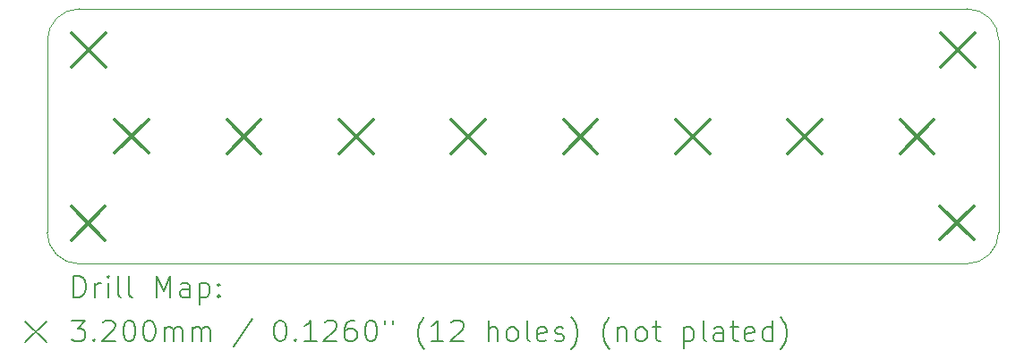
<source format=gbr>
%TF.GenerationSoftware,KiCad,Pcbnew,6.0.11-2627ca5db0~126~ubuntu22.04.1*%
%TF.CreationDate,2023-06-25T15:36:30+01:00*%
%TF.ProjectId,top_panel,746f705f-7061-46e6-956c-2e6b69636164,rev?*%
%TF.SameCoordinates,Original*%
%TF.FileFunction,Drillmap*%
%TF.FilePolarity,Positive*%
%FSLAX45Y45*%
G04 Gerber Fmt 4.5, Leading zero omitted, Abs format (unit mm)*
G04 Created by KiCad (PCBNEW 6.0.11-2627ca5db0~126~ubuntu22.04.1) date 2023-06-25 15:36:30*
%MOMM*%
%LPD*%
G01*
G04 APERTURE LIST*
%ADD10C,0.100000*%
%ADD11C,0.200000*%
%ADD12C,0.320000*%
G04 APERTURE END LIST*
D10*
X9997000Y-7087000D02*
X9994000Y-8904000D01*
X10297000Y-6787000D02*
G75*
G03*
X9997000Y-7087000I0J-300000D01*
G01*
X9994000Y-8904000D02*
G75*
G03*
X10294000Y-9204000I300000J0D01*
G01*
X18694000Y-9204000D02*
X10294000Y-9204000D01*
X10297000Y-6787000D02*
X18697000Y-6787000D01*
X18997000Y-7087000D02*
G75*
G03*
X18697000Y-6787000I-300000J0D01*
G01*
X18694000Y-9204000D02*
G75*
G03*
X18994000Y-8904000I0J300000D01*
G01*
X18994000Y-8904000D02*
X18997000Y-7087000D01*
D11*
D12*
X10222000Y-8658000D02*
X10542000Y-8978000D01*
X10542000Y-8658000D02*
X10222000Y-8978000D01*
X10229000Y-7016000D02*
X10549000Y-7336000D01*
X10549000Y-7016000D02*
X10229000Y-7336000D01*
X10634429Y-7834000D02*
X10954429Y-8154000D01*
X10954429Y-7834000D02*
X10634429Y-8154000D01*
X11695572Y-7837000D02*
X12015572Y-8157000D01*
X12015572Y-7837000D02*
X11695572Y-8157000D01*
X12756714Y-7837000D02*
X13076714Y-8157000D01*
X13076714Y-7837000D02*
X12756714Y-8157000D01*
X13817857Y-7837000D02*
X14137857Y-8157000D01*
X14137857Y-7837000D02*
X13817857Y-8157000D01*
X14879000Y-7837000D02*
X15199000Y-8157000D01*
X15199000Y-7837000D02*
X14879000Y-8157000D01*
X15940143Y-7837000D02*
X16260143Y-8157000D01*
X16260143Y-7837000D02*
X15940143Y-8157000D01*
X17001286Y-7837000D02*
X17321286Y-8157000D01*
X17321286Y-7837000D02*
X17001286Y-8157000D01*
X18062429Y-7837000D02*
X18382429Y-8157000D01*
X18382429Y-7837000D02*
X18062429Y-8157000D01*
X18441000Y-8656000D02*
X18761000Y-8976000D01*
X18761000Y-8656000D02*
X18441000Y-8976000D01*
X18447000Y-7014000D02*
X18767000Y-7334000D01*
X18767000Y-7014000D02*
X18447000Y-7334000D01*
D11*
X10246619Y-9519476D02*
X10246619Y-9319476D01*
X10294238Y-9319476D01*
X10322810Y-9329000D01*
X10341857Y-9348048D01*
X10351381Y-9367095D01*
X10360905Y-9405190D01*
X10360905Y-9433762D01*
X10351381Y-9471857D01*
X10341857Y-9490905D01*
X10322810Y-9509952D01*
X10294238Y-9519476D01*
X10246619Y-9519476D01*
X10446619Y-9519476D02*
X10446619Y-9386143D01*
X10446619Y-9424238D02*
X10456143Y-9405190D01*
X10465667Y-9395667D01*
X10484714Y-9386143D01*
X10503762Y-9386143D01*
X10570429Y-9519476D02*
X10570429Y-9386143D01*
X10570429Y-9319476D02*
X10560905Y-9329000D01*
X10570429Y-9338524D01*
X10579952Y-9329000D01*
X10570429Y-9319476D01*
X10570429Y-9338524D01*
X10694238Y-9519476D02*
X10675190Y-9509952D01*
X10665667Y-9490905D01*
X10665667Y-9319476D01*
X10799000Y-9519476D02*
X10779952Y-9509952D01*
X10770429Y-9490905D01*
X10770429Y-9319476D01*
X11027571Y-9519476D02*
X11027571Y-9319476D01*
X11094238Y-9462333D01*
X11160905Y-9319476D01*
X11160905Y-9519476D01*
X11341857Y-9519476D02*
X11341857Y-9414714D01*
X11332333Y-9395667D01*
X11313286Y-9386143D01*
X11275190Y-9386143D01*
X11256143Y-9395667D01*
X11341857Y-9509952D02*
X11322809Y-9519476D01*
X11275190Y-9519476D01*
X11256143Y-9509952D01*
X11246619Y-9490905D01*
X11246619Y-9471857D01*
X11256143Y-9452810D01*
X11275190Y-9443286D01*
X11322809Y-9443286D01*
X11341857Y-9433762D01*
X11437095Y-9386143D02*
X11437095Y-9586143D01*
X11437095Y-9395667D02*
X11456143Y-9386143D01*
X11494238Y-9386143D01*
X11513286Y-9395667D01*
X11522809Y-9405190D01*
X11532333Y-9424238D01*
X11532333Y-9481381D01*
X11522809Y-9500429D01*
X11513286Y-9509952D01*
X11494238Y-9519476D01*
X11456143Y-9519476D01*
X11437095Y-9509952D01*
X11618048Y-9500429D02*
X11627571Y-9509952D01*
X11618048Y-9519476D01*
X11608524Y-9509952D01*
X11618048Y-9500429D01*
X11618048Y-9519476D01*
X11618048Y-9395667D02*
X11627571Y-9405190D01*
X11618048Y-9414714D01*
X11608524Y-9405190D01*
X11618048Y-9395667D01*
X11618048Y-9414714D01*
X9789000Y-9749000D02*
X9989000Y-9949000D01*
X9989000Y-9749000D02*
X9789000Y-9949000D01*
X10227571Y-9739476D02*
X10351381Y-9739476D01*
X10284714Y-9815667D01*
X10313286Y-9815667D01*
X10332333Y-9825190D01*
X10341857Y-9834714D01*
X10351381Y-9853762D01*
X10351381Y-9901381D01*
X10341857Y-9920429D01*
X10332333Y-9929952D01*
X10313286Y-9939476D01*
X10256143Y-9939476D01*
X10237095Y-9929952D01*
X10227571Y-9920429D01*
X10437095Y-9920429D02*
X10446619Y-9929952D01*
X10437095Y-9939476D01*
X10427571Y-9929952D01*
X10437095Y-9920429D01*
X10437095Y-9939476D01*
X10522810Y-9758524D02*
X10532333Y-9749000D01*
X10551381Y-9739476D01*
X10599000Y-9739476D01*
X10618048Y-9749000D01*
X10627571Y-9758524D01*
X10637095Y-9777571D01*
X10637095Y-9796619D01*
X10627571Y-9825190D01*
X10513286Y-9939476D01*
X10637095Y-9939476D01*
X10760905Y-9739476D02*
X10779952Y-9739476D01*
X10799000Y-9749000D01*
X10808524Y-9758524D01*
X10818048Y-9777571D01*
X10827571Y-9815667D01*
X10827571Y-9863286D01*
X10818048Y-9901381D01*
X10808524Y-9920429D01*
X10799000Y-9929952D01*
X10779952Y-9939476D01*
X10760905Y-9939476D01*
X10741857Y-9929952D01*
X10732333Y-9920429D01*
X10722810Y-9901381D01*
X10713286Y-9863286D01*
X10713286Y-9815667D01*
X10722810Y-9777571D01*
X10732333Y-9758524D01*
X10741857Y-9749000D01*
X10760905Y-9739476D01*
X10951381Y-9739476D02*
X10970429Y-9739476D01*
X10989476Y-9749000D01*
X10999000Y-9758524D01*
X11008524Y-9777571D01*
X11018048Y-9815667D01*
X11018048Y-9863286D01*
X11008524Y-9901381D01*
X10999000Y-9920429D01*
X10989476Y-9929952D01*
X10970429Y-9939476D01*
X10951381Y-9939476D01*
X10932333Y-9929952D01*
X10922810Y-9920429D01*
X10913286Y-9901381D01*
X10903762Y-9863286D01*
X10903762Y-9815667D01*
X10913286Y-9777571D01*
X10922810Y-9758524D01*
X10932333Y-9749000D01*
X10951381Y-9739476D01*
X11103762Y-9939476D02*
X11103762Y-9806143D01*
X11103762Y-9825190D02*
X11113286Y-9815667D01*
X11132333Y-9806143D01*
X11160905Y-9806143D01*
X11179952Y-9815667D01*
X11189476Y-9834714D01*
X11189476Y-9939476D01*
X11189476Y-9834714D02*
X11199000Y-9815667D01*
X11218048Y-9806143D01*
X11246619Y-9806143D01*
X11265667Y-9815667D01*
X11275190Y-9834714D01*
X11275190Y-9939476D01*
X11370428Y-9939476D02*
X11370428Y-9806143D01*
X11370428Y-9825190D02*
X11379952Y-9815667D01*
X11399000Y-9806143D01*
X11427571Y-9806143D01*
X11446619Y-9815667D01*
X11456143Y-9834714D01*
X11456143Y-9939476D01*
X11456143Y-9834714D02*
X11465667Y-9815667D01*
X11484714Y-9806143D01*
X11513286Y-9806143D01*
X11532333Y-9815667D01*
X11541857Y-9834714D01*
X11541857Y-9939476D01*
X11932333Y-9729952D02*
X11760905Y-9987095D01*
X12189476Y-9739476D02*
X12208524Y-9739476D01*
X12227571Y-9749000D01*
X12237095Y-9758524D01*
X12246619Y-9777571D01*
X12256143Y-9815667D01*
X12256143Y-9863286D01*
X12246619Y-9901381D01*
X12237095Y-9920429D01*
X12227571Y-9929952D01*
X12208524Y-9939476D01*
X12189476Y-9939476D01*
X12170428Y-9929952D01*
X12160905Y-9920429D01*
X12151381Y-9901381D01*
X12141857Y-9863286D01*
X12141857Y-9815667D01*
X12151381Y-9777571D01*
X12160905Y-9758524D01*
X12170428Y-9749000D01*
X12189476Y-9739476D01*
X12341857Y-9920429D02*
X12351381Y-9929952D01*
X12341857Y-9939476D01*
X12332333Y-9929952D01*
X12341857Y-9920429D01*
X12341857Y-9939476D01*
X12541857Y-9939476D02*
X12427571Y-9939476D01*
X12484714Y-9939476D02*
X12484714Y-9739476D01*
X12465667Y-9768048D01*
X12446619Y-9787095D01*
X12427571Y-9796619D01*
X12618048Y-9758524D02*
X12627571Y-9749000D01*
X12646619Y-9739476D01*
X12694238Y-9739476D01*
X12713286Y-9749000D01*
X12722809Y-9758524D01*
X12732333Y-9777571D01*
X12732333Y-9796619D01*
X12722809Y-9825190D01*
X12608524Y-9939476D01*
X12732333Y-9939476D01*
X12903762Y-9739476D02*
X12865667Y-9739476D01*
X12846619Y-9749000D01*
X12837095Y-9758524D01*
X12818048Y-9787095D01*
X12808524Y-9825190D01*
X12808524Y-9901381D01*
X12818048Y-9920429D01*
X12827571Y-9929952D01*
X12846619Y-9939476D01*
X12884714Y-9939476D01*
X12903762Y-9929952D01*
X12913286Y-9920429D01*
X12922809Y-9901381D01*
X12922809Y-9853762D01*
X12913286Y-9834714D01*
X12903762Y-9825190D01*
X12884714Y-9815667D01*
X12846619Y-9815667D01*
X12827571Y-9825190D01*
X12818048Y-9834714D01*
X12808524Y-9853762D01*
X13046619Y-9739476D02*
X13065667Y-9739476D01*
X13084714Y-9749000D01*
X13094238Y-9758524D01*
X13103762Y-9777571D01*
X13113286Y-9815667D01*
X13113286Y-9863286D01*
X13103762Y-9901381D01*
X13094238Y-9920429D01*
X13084714Y-9929952D01*
X13065667Y-9939476D01*
X13046619Y-9939476D01*
X13027571Y-9929952D01*
X13018048Y-9920429D01*
X13008524Y-9901381D01*
X12999000Y-9863286D01*
X12999000Y-9815667D01*
X13008524Y-9777571D01*
X13018048Y-9758524D01*
X13027571Y-9749000D01*
X13046619Y-9739476D01*
X13189476Y-9739476D02*
X13189476Y-9777571D01*
X13265667Y-9739476D02*
X13265667Y-9777571D01*
X13560905Y-10015667D02*
X13551381Y-10006143D01*
X13532333Y-9977571D01*
X13522809Y-9958524D01*
X13513286Y-9929952D01*
X13503762Y-9882333D01*
X13503762Y-9844238D01*
X13513286Y-9796619D01*
X13522809Y-9768048D01*
X13532333Y-9749000D01*
X13551381Y-9720429D01*
X13560905Y-9710905D01*
X13741857Y-9939476D02*
X13627571Y-9939476D01*
X13684714Y-9939476D02*
X13684714Y-9739476D01*
X13665667Y-9768048D01*
X13646619Y-9787095D01*
X13627571Y-9796619D01*
X13818048Y-9758524D02*
X13827571Y-9749000D01*
X13846619Y-9739476D01*
X13894238Y-9739476D01*
X13913286Y-9749000D01*
X13922809Y-9758524D01*
X13932333Y-9777571D01*
X13932333Y-9796619D01*
X13922809Y-9825190D01*
X13808524Y-9939476D01*
X13932333Y-9939476D01*
X14170428Y-9939476D02*
X14170428Y-9739476D01*
X14256143Y-9939476D02*
X14256143Y-9834714D01*
X14246619Y-9815667D01*
X14227571Y-9806143D01*
X14199000Y-9806143D01*
X14179952Y-9815667D01*
X14170428Y-9825190D01*
X14379952Y-9939476D02*
X14360905Y-9929952D01*
X14351381Y-9920429D01*
X14341857Y-9901381D01*
X14341857Y-9844238D01*
X14351381Y-9825190D01*
X14360905Y-9815667D01*
X14379952Y-9806143D01*
X14408524Y-9806143D01*
X14427571Y-9815667D01*
X14437095Y-9825190D01*
X14446619Y-9844238D01*
X14446619Y-9901381D01*
X14437095Y-9920429D01*
X14427571Y-9929952D01*
X14408524Y-9939476D01*
X14379952Y-9939476D01*
X14560905Y-9939476D02*
X14541857Y-9929952D01*
X14532333Y-9910905D01*
X14532333Y-9739476D01*
X14713286Y-9929952D02*
X14694238Y-9939476D01*
X14656143Y-9939476D01*
X14637095Y-9929952D01*
X14627571Y-9910905D01*
X14627571Y-9834714D01*
X14637095Y-9815667D01*
X14656143Y-9806143D01*
X14694238Y-9806143D01*
X14713286Y-9815667D01*
X14722809Y-9834714D01*
X14722809Y-9853762D01*
X14627571Y-9872810D01*
X14799000Y-9929952D02*
X14818048Y-9939476D01*
X14856143Y-9939476D01*
X14875190Y-9929952D01*
X14884714Y-9910905D01*
X14884714Y-9901381D01*
X14875190Y-9882333D01*
X14856143Y-9872810D01*
X14827571Y-9872810D01*
X14808524Y-9863286D01*
X14799000Y-9844238D01*
X14799000Y-9834714D01*
X14808524Y-9815667D01*
X14827571Y-9806143D01*
X14856143Y-9806143D01*
X14875190Y-9815667D01*
X14951381Y-10015667D02*
X14960905Y-10006143D01*
X14979952Y-9977571D01*
X14989476Y-9958524D01*
X14999000Y-9929952D01*
X15008524Y-9882333D01*
X15008524Y-9844238D01*
X14999000Y-9796619D01*
X14989476Y-9768048D01*
X14979952Y-9749000D01*
X14960905Y-9720429D01*
X14951381Y-9710905D01*
X15313286Y-10015667D02*
X15303762Y-10006143D01*
X15284714Y-9977571D01*
X15275190Y-9958524D01*
X15265667Y-9929952D01*
X15256143Y-9882333D01*
X15256143Y-9844238D01*
X15265667Y-9796619D01*
X15275190Y-9768048D01*
X15284714Y-9749000D01*
X15303762Y-9720429D01*
X15313286Y-9710905D01*
X15389476Y-9806143D02*
X15389476Y-9939476D01*
X15389476Y-9825190D02*
X15399000Y-9815667D01*
X15418048Y-9806143D01*
X15446619Y-9806143D01*
X15465667Y-9815667D01*
X15475190Y-9834714D01*
X15475190Y-9939476D01*
X15599000Y-9939476D02*
X15579952Y-9929952D01*
X15570428Y-9920429D01*
X15560905Y-9901381D01*
X15560905Y-9844238D01*
X15570428Y-9825190D01*
X15579952Y-9815667D01*
X15599000Y-9806143D01*
X15627571Y-9806143D01*
X15646619Y-9815667D01*
X15656143Y-9825190D01*
X15665667Y-9844238D01*
X15665667Y-9901381D01*
X15656143Y-9920429D01*
X15646619Y-9929952D01*
X15627571Y-9939476D01*
X15599000Y-9939476D01*
X15722809Y-9806143D02*
X15799000Y-9806143D01*
X15751381Y-9739476D02*
X15751381Y-9910905D01*
X15760905Y-9929952D01*
X15779952Y-9939476D01*
X15799000Y-9939476D01*
X16018048Y-9806143D02*
X16018048Y-10006143D01*
X16018048Y-9815667D02*
X16037095Y-9806143D01*
X16075190Y-9806143D01*
X16094238Y-9815667D01*
X16103762Y-9825190D01*
X16113286Y-9844238D01*
X16113286Y-9901381D01*
X16103762Y-9920429D01*
X16094238Y-9929952D01*
X16075190Y-9939476D01*
X16037095Y-9939476D01*
X16018048Y-9929952D01*
X16227571Y-9939476D02*
X16208524Y-9929952D01*
X16199000Y-9910905D01*
X16199000Y-9739476D01*
X16389476Y-9939476D02*
X16389476Y-9834714D01*
X16379952Y-9815667D01*
X16360905Y-9806143D01*
X16322809Y-9806143D01*
X16303762Y-9815667D01*
X16389476Y-9929952D02*
X16370428Y-9939476D01*
X16322809Y-9939476D01*
X16303762Y-9929952D01*
X16294238Y-9910905D01*
X16294238Y-9891857D01*
X16303762Y-9872810D01*
X16322809Y-9863286D01*
X16370428Y-9863286D01*
X16389476Y-9853762D01*
X16456143Y-9806143D02*
X16532333Y-9806143D01*
X16484714Y-9739476D02*
X16484714Y-9910905D01*
X16494238Y-9929952D01*
X16513286Y-9939476D01*
X16532333Y-9939476D01*
X16675190Y-9929952D02*
X16656143Y-9939476D01*
X16618048Y-9939476D01*
X16599000Y-9929952D01*
X16589476Y-9910905D01*
X16589476Y-9834714D01*
X16599000Y-9815667D01*
X16618048Y-9806143D01*
X16656143Y-9806143D01*
X16675190Y-9815667D01*
X16684714Y-9834714D01*
X16684714Y-9853762D01*
X16589476Y-9872810D01*
X16856143Y-9939476D02*
X16856143Y-9739476D01*
X16856143Y-9929952D02*
X16837095Y-9939476D01*
X16799000Y-9939476D01*
X16779952Y-9929952D01*
X16770428Y-9920429D01*
X16760905Y-9901381D01*
X16760905Y-9844238D01*
X16770428Y-9825190D01*
X16779952Y-9815667D01*
X16799000Y-9806143D01*
X16837095Y-9806143D01*
X16856143Y-9815667D01*
X16932333Y-10015667D02*
X16941857Y-10006143D01*
X16960905Y-9977571D01*
X16970429Y-9958524D01*
X16979952Y-9929952D01*
X16989476Y-9882333D01*
X16989476Y-9844238D01*
X16979952Y-9796619D01*
X16970429Y-9768048D01*
X16960905Y-9749000D01*
X16941857Y-9720429D01*
X16932333Y-9710905D01*
M02*

</source>
